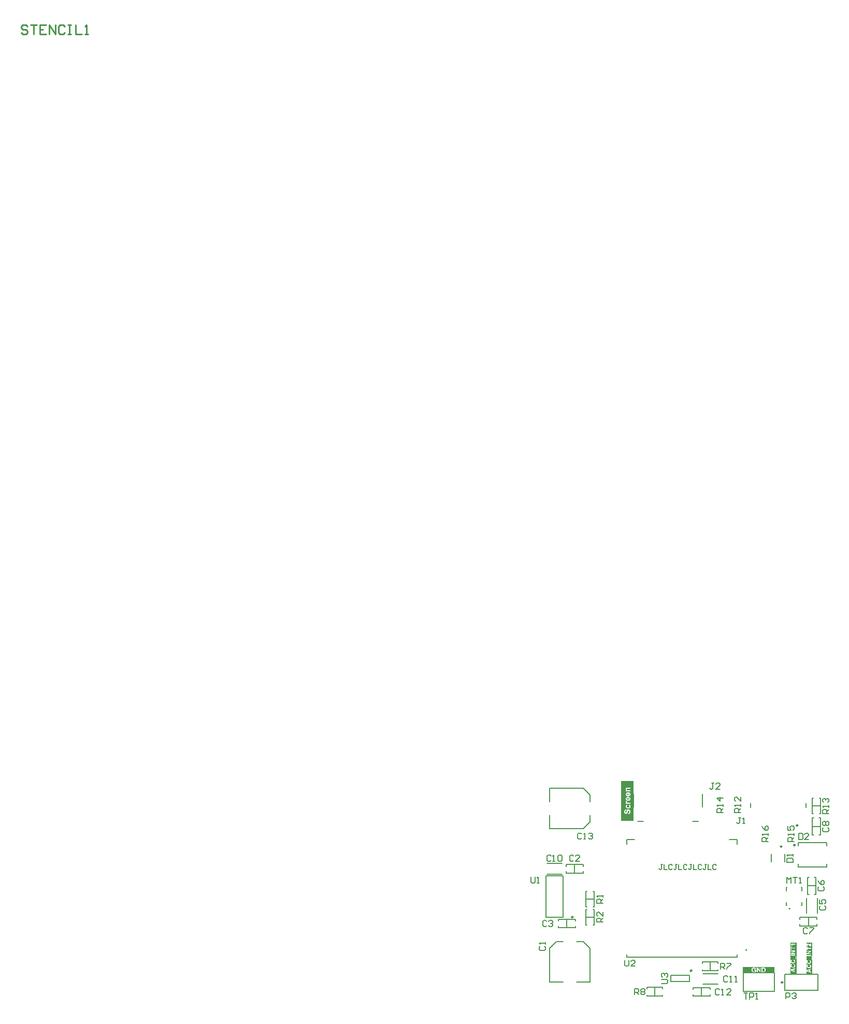
<source format=gto>
G04*
G04 #@! TF.GenerationSoftware,Altium Limited,Altium Designer,25.2.1 (25)*
G04*
G04 Layer_Color=65535*
%FSLAX25Y25*%
%MOIN*%
G70*
G04*
G04 #@! TF.SameCoordinates,AD5E336D-F693-4BD2-921A-DB4C2101B080*
G04*
G04*
G04 #@! TF.FilePolarity,Positive*
G04*
G01*
G75*
%ADD10C,0.00984*%
%ADD11C,0.00787*%
%ADD12C,0.00598*%
%ADD13C,0.00500*%
%ADD14C,0.00591*%
%ADD15C,0.01000*%
%ADD16C,0.00602*%
G36*
X194326Y17778D02*
X190412D01*
Y37971D01*
X194326D01*
Y17778D01*
D02*
G37*
G36*
X169793Y18523D02*
X149600D01*
Y22104D01*
X169793D01*
Y18523D01*
D02*
G37*
G36*
X184102Y37971D02*
Y17778D01*
X180188D01*
Y37971D01*
X184102D01*
D02*
G37*
G36*
X79331Y116176D02*
X71055D01*
Y141914D01*
X79331D01*
Y116176D01*
D02*
G37*
%LPC*%
G36*
X193396Y37236D02*
X192903D01*
Y36177D01*
X192848Y36211D01*
X192806Y36249D01*
X192785Y36262D01*
X192772Y36274D01*
X192763Y36283D01*
X192759Y36287D01*
X192742Y36304D01*
X192726Y36321D01*
X192679Y36367D01*
X192629Y36418D01*
X192578Y36473D01*
X192527Y36523D01*
X192489Y36566D01*
X192472Y36578D01*
X192460Y36591D01*
X192455Y36599D01*
X192451Y36603D01*
X192371Y36692D01*
X192299Y36764D01*
X192236Y36827D01*
X192185Y36873D01*
X192147Y36911D01*
X192118Y36937D01*
X192101Y36950D01*
X192097Y36954D01*
X192029Y37004D01*
X191966Y37051D01*
X191907Y37089D01*
X191852Y37118D01*
X191810Y37139D01*
X191776Y37156D01*
X191755Y37165D01*
X191746Y37169D01*
X191683Y37190D01*
X191616Y37207D01*
X191557Y37220D01*
X191502Y37228D01*
X191455Y37232D01*
X191417Y37236D01*
X191388D01*
X191329Y37232D01*
X191270Y37228D01*
X191164Y37198D01*
X191071Y37161D01*
X190991Y37118D01*
X190928Y37076D01*
X190898Y37055D01*
X190877Y37038D01*
X190860Y37021D01*
X190848Y37009D01*
X190843Y37004D01*
X190839Y37000D01*
X190801Y36954D01*
X190763Y36907D01*
X190734Y36852D01*
X190708Y36802D01*
X190670Y36692D01*
X190645Y36591D01*
X190632Y36540D01*
X190628Y36498D01*
X190624Y36456D01*
X190620Y36422D01*
X190616Y36392D01*
Y37236D01*
Y36287D01*
X190624Y36219D01*
X190645Y36101D01*
X190679Y35996D01*
X190696Y35949D01*
X190713Y35907D01*
X190729Y35865D01*
X190746Y35831D01*
X190763Y35802D01*
X190780Y35781D01*
X190793Y35759D01*
X190801Y35747D01*
X190805Y35738D01*
X190810Y35734D01*
X190848Y35692D01*
X190890Y35650D01*
X190936Y35616D01*
X190987Y35582D01*
X191092Y35532D01*
X191194Y35494D01*
X191244Y35477D01*
X191291Y35468D01*
X191329Y35456D01*
X191367Y35451D01*
X191396Y35443D01*
X191417D01*
X191434Y35439D01*
X191438D01*
X191489Y35966D01*
X191409Y35975D01*
X191337Y35987D01*
X191282Y36008D01*
X191236Y36025D01*
X191198Y36046D01*
X191177Y36059D01*
X191160Y36072D01*
X191156Y36076D01*
X191122Y36118D01*
X191097Y36160D01*
X191080Y36207D01*
X191067Y36249D01*
X191059Y36283D01*
X191054Y36316D01*
Y36342D01*
X191059Y36401D01*
X191071Y36456D01*
X191084Y36502D01*
X191101Y36540D01*
X191122Y36570D01*
X191135Y36591D01*
X191147Y36603D01*
X191151Y36608D01*
X191190Y36641D01*
X191236Y36663D01*
X191282Y36679D01*
X191324Y36692D01*
X191363Y36700D01*
X191396Y36705D01*
X191417D01*
X191426D01*
X191485Y36700D01*
X191544Y36688D01*
X191599Y36671D01*
X191649Y36650D01*
X191692Y36629D01*
X191721Y36612D01*
X191742Y36599D01*
X191751Y36595D01*
X191776Y36578D01*
X191806Y36553D01*
X191835Y36523D01*
X191869Y36489D01*
X191945Y36418D01*
X192021Y36342D01*
X192088Y36270D01*
X192122Y36236D01*
X192147Y36211D01*
X192168Y36186D01*
X192190Y36169D01*
X192198Y36156D01*
X192202Y36152D01*
X192278Y36072D01*
X192350Y35996D01*
X192418Y35932D01*
X192481Y35869D01*
X192540Y35814D01*
X192595Y35768D01*
X192645Y35721D01*
X192692Y35684D01*
X192730Y35654D01*
X192768Y35624D01*
X192797Y35603D01*
X192823Y35582D01*
X192844Y35570D01*
X192856Y35561D01*
X192865Y35553D01*
X192869D01*
X192962Y35502D01*
X193055Y35464D01*
X193143Y35430D01*
X193228Y35409D01*
X193295Y35392D01*
X193325Y35388D01*
X193350Y35384D01*
X193367Y35380D01*
X193384Y35375D01*
X193396D01*
Y37236D01*
D02*
G37*
G36*
X193042Y35375D02*
X190616D01*
D01*
X193042D01*
D02*
G37*
G36*
X193396Y35194D02*
Y34380D01*
X191092D01*
Y35194D01*
X190624D01*
Y33004D01*
X193396D01*
Y35194D01*
D02*
G37*
G36*
Y32607D02*
X190624D01*
Y32088D01*
X192485D01*
X190624Y30944D01*
Y30404D01*
X193396D01*
Y32607D01*
D02*
G37*
G36*
Y29873D02*
X190624D01*
Y29311D01*
X193396D01*
Y29873D01*
D02*
G37*
G36*
X194160Y29062D02*
X193396D01*
Y26855D01*
D01*
Y29062D01*
X193814D01*
Y26855D01*
X194160D01*
Y29062D01*
D02*
G37*
G36*
X192548Y26695D02*
X192544D01*
X192375Y26151D01*
X192485Y26121D01*
X192574Y26083D01*
X192654Y26045D01*
X192717Y26007D01*
X192763Y25973D01*
X192801Y25944D01*
X192818Y25927D01*
X192827Y25918D01*
X192873Y25855D01*
X192907Y25792D01*
X192932Y25728D01*
X192949Y25665D01*
X192958Y25615D01*
X192962Y25572D01*
X192966Y25556D01*
Y25534D01*
X192962Y25480D01*
X192958Y25429D01*
X192932Y25332D01*
X192899Y25247D01*
X192856Y25176D01*
X192814Y25121D01*
X192780Y25079D01*
X192755Y25053D01*
X192751Y25049D01*
X192747Y25045D01*
X192700Y25011D01*
X192650Y24986D01*
X192595Y24961D01*
X192536Y24939D01*
X192409Y24906D01*
X192287Y24884D01*
X192228Y24876D01*
X192173Y24868D01*
X192126Y24863D01*
X192080D01*
X192046Y24859D01*
X192017D01*
X192000D01*
X191996D01*
X191907Y24863D01*
X191823Y24868D01*
X191742Y24876D01*
X191675Y24889D01*
X191607Y24901D01*
X191548Y24918D01*
X191498Y24935D01*
X191451Y24956D01*
X191409Y24973D01*
X191375Y24990D01*
X191346Y25007D01*
X191320Y25019D01*
X191303Y25032D01*
X191287Y25041D01*
X191282Y25049D01*
X191278D01*
X191240Y25087D01*
X191202Y25125D01*
X191173Y25167D01*
X191147Y25205D01*
X191109Y25290D01*
X191084Y25370D01*
X191067Y25442D01*
X191063Y25471D01*
X191059Y25496D01*
X191054Y25517D01*
Y25547D01*
X191059Y25627D01*
X191076Y25699D01*
X191092Y25767D01*
X191118Y25821D01*
X191139Y25868D01*
X191160Y25897D01*
X191177Y25918D01*
X191181Y25927D01*
X191232Y25982D01*
X191287Y26024D01*
X191341Y26062D01*
X191396Y26087D01*
X191447Y26108D01*
X191485Y26125D01*
X191510Y26129D01*
X191514Y26134D01*
X191519D01*
X191388Y26686D01*
X191270Y26649D01*
X191168Y26602D01*
X191084Y26551D01*
X191012Y26505D01*
X190953Y26463D01*
X190915Y26429D01*
X190890Y26408D01*
X190881Y26404D01*
Y26399D01*
X190826Y26336D01*
X190780Y26273D01*
X190742Y26205D01*
X190704Y26138D01*
X190675Y26070D01*
X190654Y25999D01*
X190632Y25935D01*
X190616Y25868D01*
X190603Y25809D01*
X190594Y25754D01*
X190586Y25703D01*
X190582Y25661D01*
X190578Y25627D01*
Y26695D01*
D01*
Y24281D01*
Y25577D01*
X190582Y25471D01*
X190594Y25370D01*
X190611Y25273D01*
X190637Y25184D01*
X190666Y25100D01*
X190700Y25024D01*
X190734Y24952D01*
X190768Y24889D01*
X190805Y24830D01*
X190839Y24779D01*
X190873Y24737D01*
X190902Y24699D01*
X190928Y24674D01*
X190945Y24652D01*
X190957Y24640D01*
X190962Y24635D01*
X191038Y24572D01*
X191118Y24517D01*
X191202Y24471D01*
X191291Y24429D01*
X191379Y24395D01*
X191472Y24370D01*
X191557Y24344D01*
X191645Y24328D01*
X191725Y24311D01*
X191797Y24298D01*
X191865Y24294D01*
X191924Y24285D01*
X191970D01*
X192008Y24281D01*
X190578D01*
X192038D01*
X192156Y24285D01*
X192270Y24298D01*
X192375Y24315D01*
X192472Y24336D01*
X192565Y24365D01*
X192650Y24395D01*
X192730Y24424D01*
X192797Y24458D01*
X192861Y24492D01*
X192915Y24522D01*
X192962Y24555D01*
X193000Y24581D01*
X193029Y24602D01*
X193051Y24619D01*
X193063Y24631D01*
X193067Y24635D01*
X193135Y24703D01*
X193190Y24775D01*
X193240Y24851D01*
X193283Y24927D01*
X193321Y25003D01*
X193350Y25079D01*
X193375Y25150D01*
X193396Y25222D01*
X193413Y25290D01*
X193422Y25349D01*
X193430Y25404D01*
X193439Y25450D01*
Y25488D01*
X193443Y25517D01*
Y25543D01*
X193439Y25623D01*
X193435Y25703D01*
X193422Y25775D01*
X193409Y25847D01*
X193392Y25910D01*
X193375Y25969D01*
X193354Y26024D01*
X193333Y26074D01*
X193312Y26121D01*
X193291Y26163D01*
X193274Y26197D01*
X193257Y26226D01*
X193245Y26248D01*
X193232Y26264D01*
X193228Y26273D01*
X193224Y26277D01*
X193181Y26332D01*
X193131Y26378D01*
X193025Y26467D01*
X192911Y26539D01*
X192801Y26594D01*
X192751Y26619D01*
X192700Y26640D01*
X192658Y26657D01*
X192620Y26670D01*
X192586Y26682D01*
X192565Y26691D01*
X192548Y26695D01*
D02*
G37*
G36*
Y23901D02*
X192544D01*
X192375Y23357D01*
X192485Y23327D01*
X192574Y23289D01*
X192654Y23251D01*
X192717Y23213D01*
X192763Y23180D01*
X192801Y23150D01*
X192818Y23133D01*
X192827Y23125D01*
X192873Y23062D01*
X192907Y22998D01*
X192932Y22935D01*
X192949Y22872D01*
X192958Y22821D01*
X192962Y22779D01*
X192966Y22762D01*
Y22741D01*
X192962Y22686D01*
X192958Y22635D01*
X192932Y22538D01*
X192899Y22454D01*
X192856Y22382D01*
X192814Y22327D01*
X192780Y22285D01*
X192755Y22260D01*
X192751Y22255D01*
X192747Y22251D01*
X192700Y22218D01*
X192650Y22192D01*
X192595Y22167D01*
X192536Y22146D01*
X192409Y22112D01*
X192287Y22091D01*
X192228Y22082D01*
X192173Y22074D01*
X192126Y22070D01*
X192080D01*
X192046Y22065D01*
X192017D01*
X192000D01*
X191996D01*
X191907Y22070D01*
X191823Y22074D01*
X191742Y22082D01*
X191675Y22095D01*
X191607Y22108D01*
X191548Y22125D01*
X191498Y22141D01*
X191451Y22163D01*
X191409Y22179D01*
X191375Y22196D01*
X191346Y22213D01*
X191320Y22226D01*
X191303Y22239D01*
X191287Y22247D01*
X191282Y22255D01*
X191278D01*
X191240Y22293D01*
X191202Y22331D01*
X191173Y22374D01*
X191147Y22412D01*
X191109Y22496D01*
X191084Y22576D01*
X191067Y22648D01*
X191063Y22677D01*
X191059Y22703D01*
X191054Y22724D01*
Y22753D01*
X191059Y22834D01*
X191076Y22905D01*
X191092Y22973D01*
X191118Y23028D01*
X191139Y23074D01*
X191160Y23104D01*
X191177Y23125D01*
X191181Y23133D01*
X191232Y23188D01*
X191287Y23230D01*
X191341Y23268D01*
X191396Y23294D01*
X191447Y23315D01*
X191485Y23332D01*
X191510Y23336D01*
X191514Y23340D01*
X191519D01*
X191388Y23893D01*
X191270Y23855D01*
X191168Y23808D01*
X191084Y23758D01*
X191012Y23711D01*
X190953Y23669D01*
X190915Y23635D01*
X190890Y23614D01*
X190881Y23610D01*
Y23606D01*
X190826Y23542D01*
X190780Y23479D01*
X190742Y23412D01*
X190704Y23344D01*
X190675Y23277D01*
X190654Y23205D01*
X190632Y23142D01*
X190616Y23074D01*
X190603Y23015D01*
X190594Y22960D01*
X190586Y22909D01*
X190582Y22867D01*
X190578Y22834D01*
Y22783D01*
X190582Y22677D01*
X190594Y22576D01*
X190611Y22479D01*
X190637Y22390D01*
X190666Y22306D01*
X190700Y22230D01*
X190734Y22158D01*
X190768Y22095D01*
X190805Y22036D01*
X190839Y21985D01*
X190873Y21943D01*
X190902Y21905D01*
X190928Y21880D01*
X190945Y21859D01*
X190957Y21846D01*
X190962Y21842D01*
X191038Y21779D01*
X191118Y21724D01*
X191202Y21677D01*
X191291Y21635D01*
X191379Y21601D01*
X191472Y21576D01*
X191557Y21551D01*
X191645Y21534D01*
X191725Y21517D01*
X191797Y21504D01*
X191865Y21500D01*
X191924Y21492D01*
X191970D01*
X192008Y21487D01*
X190578D01*
X192038D01*
X192156Y21492D01*
X192270Y21504D01*
X192375Y21521D01*
X192472Y21542D01*
X192565Y21572D01*
X192650Y21601D01*
X192730Y21631D01*
X192797Y21665D01*
X192861Y21698D01*
X192915Y21728D01*
X192962Y21762D01*
X193000Y21787D01*
X193029Y21808D01*
X193051Y21825D01*
X193063Y21838D01*
X193067Y21842D01*
X193135Y21909D01*
X193190Y21981D01*
X193240Y22057D01*
X193283Y22133D01*
X193321Y22209D01*
X193350Y22285D01*
X193375Y22357D01*
X193396Y22429D01*
X193413Y22496D01*
X193422Y22555D01*
X193430Y22610D01*
X193439Y22656D01*
Y22694D01*
X193443Y22724D01*
Y21859D01*
Y22724D01*
Y22749D01*
X193439Y22829D01*
X193435Y22909D01*
X193422Y22981D01*
X193409Y23053D01*
X193392Y23116D01*
X193375Y23175D01*
X193354Y23230D01*
X193333Y23281D01*
X193312Y23327D01*
X193291Y23370D01*
X193274Y23403D01*
X193257Y23433D01*
X193245Y23454D01*
X193232Y23471D01*
X193228Y23479D01*
X193224Y23483D01*
X193181Y23538D01*
X193131Y23585D01*
X193025Y23673D01*
X192911Y23745D01*
X192801Y23800D01*
X192751Y23825D01*
X192700Y23846D01*
X192658Y23863D01*
X192620Y23876D01*
X192586Y23889D01*
X192565Y23897D01*
X192548Y23901D01*
D02*
G37*
G36*
X193396Y21293D02*
X190624Y20179D01*
Y19588D01*
X193396Y18512D01*
X190624D01*
D01*
X193396D01*
Y19103D01*
X192768Y19331D01*
Y20449D01*
X193396Y20686D01*
Y21293D01*
D02*
G37*
%LPD*%
G36*
Y33004D02*
X191092D01*
Y33818D01*
X193396D01*
Y33004D01*
D02*
G37*
G36*
Y30923D02*
X191578D01*
X193396Y32046D01*
Y30923D01*
D02*
G37*
G36*
X192299Y19504D02*
X191270Y19880D01*
X192299Y20268D01*
Y19504D01*
D02*
G37*
%LPC*%
G36*
X156762Y21881D02*
X156707D01*
X156550Y21877D01*
X156412Y21858D01*
X156347Y21844D01*
X156287Y21835D01*
X156232Y21821D01*
X156181Y21808D01*
X156140Y21789D01*
X156098Y21775D01*
X156066Y21766D01*
X156034Y21752D01*
X156010Y21743D01*
X155997Y21734D01*
X155987Y21729D01*
X155983D01*
X155849Y21646D01*
X155729Y21558D01*
X155632Y21462D01*
X155550Y21370D01*
X155485Y21291D01*
X155462Y21254D01*
X155439Y21222D01*
X155425Y21199D01*
X155411Y21181D01*
X155406Y21167D01*
X155402Y21162D01*
X155337Y21019D01*
X155291Y20876D01*
X155254Y20733D01*
X155231Y20604D01*
X155227Y20544D01*
X155218Y20494D01*
X155213Y20443D01*
Y20401D01*
X155208Y20369D01*
Y20323D01*
X155218Y20162D01*
X155236Y20010D01*
X155264Y19876D01*
X155278Y19811D01*
X155296Y19751D01*
X155314Y19701D01*
X155328Y19655D01*
X155342Y19613D01*
X155356Y19576D01*
X155370Y19549D01*
X155374Y19530D01*
X155384Y19516D01*
Y19512D01*
X155457Y19383D01*
X155540Y19267D01*
X155628Y19171D01*
X155711Y19092D01*
X155789Y19028D01*
X155822Y19000D01*
X155854Y18981D01*
X155877Y18968D01*
X155895Y18954D01*
X155904Y18949D01*
X155909Y18945D01*
X155978Y18908D01*
X156047Y18880D01*
X156190Y18829D01*
X156328Y18797D01*
X156458Y18769D01*
X156518Y18765D01*
X156568Y18756D01*
X156619Y18751D01*
X156660D01*
X156693Y18746D01*
X156739D01*
X156877Y18751D01*
X157011Y18769D01*
X157135Y18792D01*
X157246Y18816D01*
X157297Y18829D01*
X157343Y18843D01*
X157380Y18853D01*
X157412Y18862D01*
X157440Y18871D01*
X157458Y18880D01*
X157472Y18885D01*
X157476D01*
X157606Y18940D01*
X157716Y18995D01*
X157813Y19051D01*
X157891Y19101D01*
X157956Y19148D01*
X157997Y19180D01*
X158025Y19203D01*
X158034Y19212D01*
Y20425D01*
X156720D01*
Y19913D01*
X157416D01*
Y19525D01*
X157361Y19484D01*
X157306Y19452D01*
X157250Y19420D01*
X157200Y19392D01*
X157154Y19369D01*
X157117Y19355D01*
X157094Y19346D01*
X157085Y19341D01*
X157011Y19318D01*
X156942Y19300D01*
X156877Y19286D01*
X156822Y19277D01*
X156771Y19272D01*
X156734Y19267D01*
X156702D01*
X156633Y19272D01*
X156564Y19281D01*
X156499Y19290D01*
X156439Y19309D01*
X156333Y19350D01*
X156246Y19401D01*
X156204Y19424D01*
X156172Y19452D01*
X156144Y19475D01*
X156116Y19493D01*
X156098Y19512D01*
X156084Y19525D01*
X156080Y19530D01*
X156075Y19535D01*
X156034Y19590D01*
X155997Y19650D01*
X155964Y19710D01*
X155941Y19774D01*
X155895Y19913D01*
X155868Y20042D01*
X155858Y20106D01*
X155854Y20162D01*
X155849Y20212D01*
X155844Y20258D01*
X155840Y20295D01*
Y20323D01*
Y20342D01*
Y20346D01*
X155844Y20438D01*
X155849Y20521D01*
X155863Y20604D01*
X155877Y20678D01*
X155895Y20743D01*
X155914Y20807D01*
X155932Y20862D01*
X155955Y20913D01*
X155978Y20959D01*
X155997Y20996D01*
X156015Y21028D01*
X156034Y21056D01*
X156047Y21075D01*
X156061Y21088D01*
X156066Y21098D01*
X156070Y21102D01*
X156116Y21148D01*
X156167Y21190D01*
X156218Y21222D01*
X156269Y21250D01*
X156375Y21296D01*
X156476Y21328D01*
X156568Y21347D01*
X156605Y21351D01*
X156642Y21356D01*
X156670Y21360D01*
X156707D01*
X156799Y21356D01*
X156886Y21342D01*
X156960Y21319D01*
X157025Y21296D01*
X157075Y21273D01*
X157112Y21250D01*
X157135Y21236D01*
X157144Y21231D01*
X157204Y21181D01*
X157255Y21121D01*
X157297Y21065D01*
X157329Y21010D01*
X157357Y20959D01*
X157370Y20918D01*
X157380Y20890D01*
X157384Y20886D01*
Y20881D01*
X157993Y20996D01*
X157974Y21070D01*
X157947Y21144D01*
X157891Y21268D01*
X157859Y21328D01*
X157822Y21379D01*
X157790Y21429D01*
X157753Y21471D01*
X157721Y21512D01*
X157688Y21545D01*
X157661Y21572D01*
X157633Y21600D01*
X157615Y21619D01*
X157596Y21632D01*
X157587Y21637D01*
X157582Y21642D01*
X157522Y21683D01*
X157453Y21720D01*
X157384Y21752D01*
X157315Y21780D01*
X157168Y21821D01*
X157029Y21854D01*
X156960Y21863D01*
X156900Y21867D01*
X156845Y21872D01*
X156799Y21877D01*
X156762Y21881D01*
D02*
G37*
G36*
X161008Y21831D02*
X160441D01*
Y19797D01*
X159191Y21831D01*
X158601D01*
Y18802D01*
X159168D01*
Y20789D01*
X160395Y18802D01*
X161008D01*
Y21831D01*
D02*
G37*
G36*
X162856D02*
X161653D01*
Y18802D01*
X162796D01*
X162916Y18806D01*
X163027Y18811D01*
X163119Y18820D01*
X163193Y18834D01*
X163257Y18843D01*
X163299Y18853D01*
X163327Y18857D01*
X163336Y18862D01*
X163433Y18899D01*
X163515Y18936D01*
X163589Y18977D01*
X163654Y19018D01*
X163700Y19051D01*
X163737Y19078D01*
X163755Y19101D01*
X163765Y19106D01*
X163838Y19189D01*
X163903Y19277D01*
X163958Y19364D01*
X164004Y19452D01*
X164041Y19525D01*
X164055Y19558D01*
X164069Y19586D01*
X164078Y19609D01*
X164083Y19627D01*
X164087Y19636D01*
Y19641D01*
X164120Y19747D01*
X164143Y19858D01*
X164161Y19963D01*
X164170Y20065D01*
X164179Y20153D01*
Y20189D01*
X164184Y20222D01*
Y20286D01*
X164179Y20438D01*
X164170Y20577D01*
X164152Y20701D01*
X164143Y20752D01*
X164133Y20802D01*
X164124Y20849D01*
X164115Y20886D01*
X164106Y20922D01*
X164096Y20950D01*
X164092Y20973D01*
X164087Y20987D01*
X164083Y20996D01*
Y21001D01*
X164041Y21107D01*
X163995Y21199D01*
X163949Y21282D01*
X163903Y21356D01*
X163857Y21411D01*
X163824Y21452D01*
X163801Y21480D01*
X163797Y21489D01*
X163792D01*
X163718Y21558D01*
X163640Y21619D01*
X163566Y21669D01*
X163497Y21706D01*
X163433Y21734D01*
X163386Y21757D01*
X163368Y21761D01*
X163354Y21766D01*
X163345Y21771D01*
X163340D01*
X163257Y21789D01*
X163165Y21808D01*
X163073Y21817D01*
X162976Y21821D01*
X162893Y21826D01*
X162856Y21831D01*
D02*
G37*
%LPD*%
G36*
X162723Y21314D02*
X162773D01*
X162819Y21310D01*
X162856D01*
X162893Y21305D01*
X162926D01*
X162976Y21296D01*
X163008Y21291D01*
X163031Y21286D01*
X163036D01*
X163096Y21268D01*
X163151Y21250D01*
X163202Y21227D01*
X163239Y21204D01*
X163271Y21181D01*
X163299Y21162D01*
X163313Y21148D01*
X163317Y21144D01*
X163359Y21102D01*
X163391Y21051D01*
X163419Y21005D01*
X163446Y20955D01*
X163465Y20913D01*
X163479Y20881D01*
X163483Y20858D01*
X163488Y20849D01*
X163511Y20775D01*
X163525Y20687D01*
X163539Y20600D01*
X163543Y20512D01*
X163548Y20434D01*
X163552Y20401D01*
Y20374D01*
Y20346D01*
Y20328D01*
Y20319D01*
Y20314D01*
X163548Y20189D01*
X163543Y20079D01*
X163534Y19982D01*
X163520Y19904D01*
X163506Y19839D01*
X163497Y19793D01*
X163493Y19779D01*
Y19765D01*
X163488Y19761D01*
Y19756D01*
X163465Y19687D01*
X163437Y19627D01*
X163414Y19576D01*
X163386Y19535D01*
X163363Y19502D01*
X163350Y19484D01*
X163336Y19470D01*
X163331Y19466D01*
X163294Y19433D01*
X163253Y19410D01*
X163170Y19369D01*
X163137Y19360D01*
X163110Y19350D01*
X163087Y19341D01*
X163082D01*
X163036Y19332D01*
X162981Y19327D01*
X162916Y19318D01*
X162861D01*
X162806Y19313D01*
X162266D01*
Y21319D01*
X162667D01*
X162723Y21314D01*
D02*
G37*
%LPC*%
G36*
X183173Y37021D02*
X180392D01*
Y35802D01*
X183173D01*
X181573D01*
X181518Y35945D01*
X181455Y36076D01*
X181392Y36190D01*
X181358Y36245D01*
X181324Y36291D01*
X181295Y36338D01*
X181265Y36376D01*
X181240Y36409D01*
X181219Y36439D01*
X181198Y36460D01*
X181185Y36477D01*
X181176Y36485D01*
X181172Y36489D01*
X183173D01*
Y37021D01*
D02*
G37*
G36*
Y35409D02*
Y34595D01*
X180868D01*
Y35409D01*
X180400D01*
Y33219D01*
X183173D01*
Y35409D01*
D02*
G37*
G36*
Y32822D02*
X180400D01*
Y30619D01*
X183173D01*
Y32822D01*
D02*
G37*
G36*
Y30088D02*
X180400D01*
Y29526D01*
X183173D01*
Y30088D01*
D02*
G37*
G36*
X183936Y29278D02*
X183173D01*
Y27071D01*
D01*
Y29278D01*
X183590D01*
Y27071D01*
X183936D01*
Y29278D01*
D02*
G37*
G36*
X182324Y26910D02*
X182320D01*
X182151Y26366D01*
X182261Y26336D01*
X182350Y26298D01*
X182430Y26260D01*
X182493Y26222D01*
X182539Y26188D01*
X182578Y26159D01*
X182594Y26142D01*
X182603Y26134D01*
X182649Y26070D01*
X182683Y26007D01*
X182708Y25944D01*
X182725Y25880D01*
X182734Y25830D01*
X182738Y25788D01*
X182742Y25771D01*
Y25750D01*
X182738Y25695D01*
X182734Y25644D01*
X182708Y25547D01*
X182675Y25463D01*
X182632Y25391D01*
X182590Y25336D01*
X182556Y25294D01*
X182531Y25269D01*
X182527Y25264D01*
X182523Y25260D01*
X182476Y25226D01*
X182426Y25201D01*
X182371Y25176D01*
X182312Y25155D01*
X182185Y25121D01*
X182063Y25100D01*
X182004Y25091D01*
X181949Y25083D01*
X181902Y25079D01*
X181856D01*
X181822Y25074D01*
X181793D01*
X181776D01*
X181772D01*
X181683Y25079D01*
X181598Y25083D01*
X181518Y25091D01*
X181451Y25104D01*
X181383Y25117D01*
X181324Y25133D01*
X181273Y25150D01*
X181227Y25172D01*
X181185Y25188D01*
X181151Y25205D01*
X181122Y25222D01*
X181096Y25235D01*
X181079Y25247D01*
X181062Y25256D01*
X181058Y25264D01*
X181054D01*
X181016Y25302D01*
X180978Y25340D01*
X180949Y25383D01*
X180923Y25420D01*
X180885Y25505D01*
X180860Y25585D01*
X180843Y25657D01*
X180839Y25686D01*
X180835Y25712D01*
X180830Y25733D01*
Y25762D01*
X180835Y25842D01*
X180851Y25914D01*
X180868Y25982D01*
X180894Y26037D01*
X180915Y26083D01*
X180936Y26112D01*
X180953Y26134D01*
X180957Y26142D01*
X181008Y26197D01*
X181062Y26239D01*
X181117Y26277D01*
X181172Y26302D01*
X181223Y26324D01*
X181261Y26340D01*
X181286Y26345D01*
X181290Y26349D01*
X181295D01*
X181164Y26902D01*
X181046Y26864D01*
X180944Y26817D01*
X180860Y26767D01*
X180788Y26720D01*
X180729Y26678D01*
X180691Y26644D01*
X180666Y26623D01*
X180657Y26619D01*
Y26615D01*
X180603Y26551D01*
X180556Y26488D01*
X180518Y26421D01*
X180480Y26353D01*
X180451Y26285D01*
X180429Y26214D01*
X180408Y26151D01*
X180392Y26083D01*
X180379Y26024D01*
X180370Y25969D01*
X180362Y25918D01*
X180358Y25876D01*
X180353Y25842D01*
Y26910D01*
D01*
Y24496D01*
D01*
Y25792D01*
X180358Y25686D01*
X180370Y25585D01*
X180387Y25488D01*
X180413Y25399D01*
X180442Y25315D01*
X180476Y25239D01*
X180510Y25167D01*
X180543Y25104D01*
X180581Y25045D01*
X180615Y24994D01*
X180649Y24952D01*
X180678Y24914D01*
X180704Y24889D01*
X180721Y24868D01*
X180733Y24855D01*
X180738Y24851D01*
X180814Y24787D01*
X180894Y24733D01*
X180978Y24686D01*
X181067Y24644D01*
X181155Y24610D01*
X181248Y24585D01*
X181333Y24560D01*
X181421Y24543D01*
X181501Y24526D01*
X181573Y24513D01*
X181641Y24509D01*
X181700Y24500D01*
X181746D01*
X181784Y24496D01*
X180353D01*
X181814D01*
X181932Y24500D01*
X182046Y24513D01*
X182151Y24530D01*
X182248Y24551D01*
X182341Y24581D01*
X182426Y24610D01*
X182506Y24640D01*
X182573Y24674D01*
X182637Y24707D01*
X182691Y24737D01*
X182738Y24771D01*
X182776Y24796D01*
X182805Y24817D01*
X182826Y24834D01*
X182839Y24847D01*
X182843Y24851D01*
X182911Y24918D01*
X182966Y24990D01*
X183016Y25066D01*
X183059Y25142D01*
X183097Y25218D01*
X183126Y25294D01*
X183151Y25366D01*
X183173Y25437D01*
X183189Y25505D01*
X183198Y25564D01*
X183206Y25619D01*
X183215Y25665D01*
Y25703D01*
X183219Y25733D01*
Y25758D01*
X183215Y25838D01*
X183211Y25918D01*
X183198Y25990D01*
X183185Y26062D01*
X183168Y26125D01*
X183151Y26184D01*
X183130Y26239D01*
X183109Y26290D01*
X183088Y26336D01*
X183067Y26378D01*
X183050Y26412D01*
X183033Y26442D01*
X183021Y26463D01*
X183008Y26480D01*
X183004Y26488D01*
X183000Y26492D01*
X182957Y26547D01*
X182907Y26594D01*
X182801Y26682D01*
X182687Y26754D01*
X182578Y26809D01*
X182527Y26834D01*
X182476Y26855D01*
X182434Y26872D01*
X182396Y26885D01*
X182362Y26897D01*
X182341Y26906D01*
X182324Y26910D01*
D02*
G37*
G36*
Y24116D02*
X182320D01*
X182151Y23572D01*
X182261Y23542D01*
X182350Y23505D01*
X182430Y23467D01*
X182493Y23429D01*
X182539Y23395D01*
X182578Y23365D01*
X182594Y23348D01*
X182603Y23340D01*
X182649Y23277D01*
X182683Y23213D01*
X182708Y23150D01*
X182725Y23087D01*
X182734Y23036D01*
X182738Y22994D01*
X182742Y22977D01*
Y22956D01*
X182738Y22901D01*
X182734Y22851D01*
X182708Y22753D01*
X182675Y22669D01*
X182632Y22597D01*
X182590Y22542D01*
X182556Y22500D01*
X182531Y22475D01*
X182527Y22471D01*
X182523Y22466D01*
X182476Y22433D01*
X182426Y22407D01*
X182371Y22382D01*
X182312Y22361D01*
X182185Y22327D01*
X182063Y22306D01*
X182004Y22298D01*
X181949Y22289D01*
X181902Y22285D01*
X181856D01*
X181822Y22281D01*
X181793D01*
X181776D01*
X181772D01*
X181683Y22285D01*
X181598Y22289D01*
X181518Y22298D01*
X181451Y22310D01*
X181383Y22323D01*
X181324Y22340D01*
X181273Y22357D01*
X181227Y22378D01*
X181185Y22395D01*
X181151Y22412D01*
X181122Y22429D01*
X181096Y22441D01*
X181079Y22454D01*
X181062Y22462D01*
X181058Y22471D01*
X181054D01*
X181016Y22509D01*
X180978Y22547D01*
X180949Y22589D01*
X180923Y22627D01*
X180885Y22711D01*
X180860Y22791D01*
X180843Y22863D01*
X180839Y22893D01*
X180835Y22918D01*
X180830Y22939D01*
Y22969D01*
X180835Y23049D01*
X180851Y23121D01*
X180868Y23188D01*
X180894Y23243D01*
X180915Y23289D01*
X180936Y23319D01*
X180953Y23340D01*
X180957Y23348D01*
X181008Y23403D01*
X181062Y23446D01*
X181117Y23483D01*
X181172Y23509D01*
X181223Y23530D01*
X181261Y23547D01*
X181286Y23551D01*
X181290Y23555D01*
X181295D01*
X181164Y24108D01*
X181046Y24070D01*
X180944Y24024D01*
X180860Y23973D01*
X180788Y23927D01*
X180729Y23884D01*
X180691Y23851D01*
X180666Y23830D01*
X180657Y23825D01*
Y23821D01*
X180603Y23758D01*
X180556Y23695D01*
X180518Y23627D01*
X180480Y23559D01*
X180451Y23492D01*
X180429Y23420D01*
X180408Y23357D01*
X180392Y23289D01*
X180379Y23230D01*
X180370Y23175D01*
X180362Y23125D01*
X180358Y23083D01*
X180353Y23049D01*
Y24116D01*
D01*
Y21703D01*
Y22998D01*
X180358Y22893D01*
X180370Y22791D01*
X180387Y22694D01*
X180413Y22606D01*
X180442Y22521D01*
X180476Y22445D01*
X180510Y22374D01*
X180543Y22310D01*
X180581Y22251D01*
X180615Y22201D01*
X180649Y22158D01*
X180678Y22120D01*
X180704Y22095D01*
X180721Y22074D01*
X180733Y22061D01*
X180738Y22057D01*
X180814Y21994D01*
X180894Y21939D01*
X180978Y21892D01*
X181067Y21850D01*
X181155Y21817D01*
X181248Y21791D01*
X181333Y21766D01*
X181421Y21749D01*
X181501Y21732D01*
X181573Y21720D01*
X181641Y21715D01*
X181700Y21707D01*
X181746D01*
X181784Y21703D01*
X180353D01*
X181814D01*
X181932Y21707D01*
X182046Y21720D01*
X182151Y21736D01*
X182248Y21757D01*
X182341Y21787D01*
X182426Y21817D01*
X182506Y21846D01*
X182573Y21880D01*
X182637Y21914D01*
X182691Y21943D01*
X182738Y21977D01*
X182776Y22002D01*
X182805Y22023D01*
X182826Y22040D01*
X182839Y22053D01*
X182843Y22057D01*
X182911Y22125D01*
X182966Y22196D01*
X183016Y22272D01*
X183059Y22348D01*
X183097Y22424D01*
X183126Y22500D01*
X183151Y22572D01*
X183173Y22644D01*
X183189Y22711D01*
X183198Y22770D01*
X183206Y22825D01*
X183215Y22872D01*
Y22909D01*
X183219Y22939D01*
Y22964D01*
X183215Y23045D01*
X183211Y23125D01*
X183198Y23197D01*
X183185Y23268D01*
X183168Y23332D01*
X183151Y23391D01*
X183130Y23446D01*
X183109Y23496D01*
X183088Y23542D01*
X183067Y23585D01*
X183050Y23618D01*
X183033Y23648D01*
X183021Y23669D01*
X183008Y23686D01*
X183004Y23695D01*
X183000Y23699D01*
X182957Y23753D01*
X182907Y23800D01*
X182801Y23889D01*
X182687Y23960D01*
X182578Y24015D01*
X182527Y24040D01*
X182476Y24062D01*
X182434Y24079D01*
X182396Y24091D01*
X182362Y24104D01*
X182341Y24112D01*
X182324Y24116D01*
D02*
G37*
G36*
X183173Y21508D02*
X180400Y20394D01*
Y21508D01*
D01*
Y18728D01*
X183173D01*
Y19318D01*
X182544Y19546D01*
Y20664D01*
X183173Y20901D01*
Y21508D01*
D02*
G37*
%LPD*%
G36*
X180484Y36549D02*
X180569Y36498D01*
X180645Y36443D01*
X180708Y36388D01*
X180763Y36333D01*
X180801Y36291D01*
X180814Y36279D01*
X180826Y36266D01*
X180830Y36257D01*
X180835Y36253D01*
X180902Y36165D01*
X180953Y36080D01*
X180999Y36004D01*
X181033Y35937D01*
X181062Y35882D01*
X181079Y35840D01*
X181084Y35823D01*
X181088Y35810D01*
X181092Y35806D01*
Y35802D01*
X180392D01*
Y36587D01*
X180484Y36549D01*
D02*
G37*
G36*
X183173Y33219D02*
X180868D01*
Y34034D01*
X183173D01*
Y33219D01*
D02*
G37*
G36*
X180400Y31160D02*
Y32303D01*
X182261D01*
X180400Y31160D01*
D02*
G37*
G36*
X183173Y31139D02*
X181354D01*
X183173Y32261D01*
Y31139D01*
D02*
G37*
G36*
X182075Y19719D02*
X181046Y20095D01*
X182075Y20483D01*
Y19719D01*
D02*
G37*
G36*
X183173Y18728D02*
X180400D01*
Y19804D01*
X183173Y18728D01*
D02*
G37*
%LPC*%
G36*
X77082Y137581D02*
X75274D01*
X75176Y137576D01*
X75089Y137570D01*
X75020Y137564D01*
X74968Y137553D01*
X74928Y137547D01*
X74905Y137541D01*
X74899D01*
X74836Y137524D01*
X74778Y137501D01*
X74726Y137478D01*
X74680Y137455D01*
X74646Y137432D01*
X74617Y137414D01*
X74600Y137403D01*
X74594Y137397D01*
X74542Y137357D01*
X74502Y137305D01*
X74461Y137259D01*
X74427Y137207D01*
X74404Y137167D01*
X74386Y137132D01*
X74375Y137109D01*
X74369Y137098D01*
X74340Y137023D01*
X74317Y136948D01*
X74306Y136873D01*
X74294Y136804D01*
X74288Y136746D01*
X74283Y136700D01*
Y136723D01*
Y136660D01*
X74288Y136562D01*
X74300Y136464D01*
X74323Y136378D01*
X74352Y136291D01*
X74392Y136211D01*
X74427Y136136D01*
X74473Y136072D01*
X74513Y136009D01*
X74554Y135951D01*
X74600Y135905D01*
X74634Y135859D01*
X74669Y135825D01*
X74703Y135796D01*
X74726Y135779D01*
X74738Y135767D01*
X74744Y135761D01*
X74340D01*
Y135087D01*
X77082D01*
Y137581D01*
D02*
G37*
G36*
X77151Y134506D02*
X75775D01*
X75631Y134494D01*
X75504Y134477D01*
X75383Y134459D01*
X75274Y134431D01*
X75170Y134402D01*
X75078Y134373D01*
X74997Y134339D01*
X74922Y134310D01*
X74865Y134275D01*
X74813Y134246D01*
X74767Y134223D01*
X74732Y134200D01*
X74709Y134183D01*
X74698Y134171D01*
X74692Y134166D01*
X74617Y134097D01*
X74559Y134022D01*
X74502Y133947D01*
X74456Y133866D01*
X74415Y133786D01*
X74381Y133705D01*
X74358Y133624D01*
X74335Y133549D01*
X74317Y133480D01*
X74306Y133411D01*
X74294Y133354D01*
X74288Y133302D01*
X74283Y133256D01*
Y133198D01*
X74288Y133100D01*
X74300Y133002D01*
X74317Y132916D01*
X74346Y132829D01*
X74375Y132749D01*
X74404Y132674D01*
X74444Y132611D01*
X74479Y132547D01*
X74513Y132490D01*
X74548Y132443D01*
X74582Y132397D01*
X74611Y132363D01*
X74640Y132334D01*
X74657Y132317D01*
X74669Y132305D01*
X74674Y132299D01*
X74749Y132236D01*
X74830Y132184D01*
X74916Y132138D01*
X75003Y132098D01*
X75095Y132063D01*
X75181Y132035D01*
X75354Y131994D01*
X75429Y131977D01*
X75504Y131965D01*
X75573Y131960D01*
X75625Y131954D01*
X75677Y131948D01*
X74283D01*
X77151D01*
Y133273D01*
X77140Y133434D01*
X77117Y133578D01*
X77088Y133705D01*
X77048Y133814D01*
X77007Y133901D01*
X76990Y133941D01*
X76978Y133970D01*
X76961Y133993D01*
X76955Y134010D01*
X76944Y134016D01*
Y134022D01*
X76858Y134125D01*
X76760Y134218D01*
X76662Y134292D01*
X76564Y134356D01*
X76477Y134402D01*
X76437Y134425D01*
X76402Y134437D01*
X76379Y134448D01*
X76356Y134459D01*
X76345Y134465D01*
X76339D01*
X76218Y133745D01*
X76293Y133722D01*
X76351Y133693D01*
X76402Y133659D01*
X76443Y133630D01*
X76477Y133607D01*
X76500Y133584D01*
X76512Y133572D01*
X76518Y133567D01*
X76546Y133521D01*
X76569Y133475D01*
X76587Y133423D01*
X76598Y133382D01*
X76604Y133342D01*
X76610Y133308D01*
Y133279D01*
X76604Y133192D01*
X76581Y133112D01*
X76552Y133037D01*
X76518Y132979D01*
X76489Y132927D01*
X76460Y132893D01*
X76437Y132870D01*
X76431Y132864D01*
X76356Y132806D01*
X76276Y132766D01*
X76195Y132737D01*
X76109Y132714D01*
X76040Y132703D01*
X75976Y132697D01*
X75953Y132691D01*
X75936D01*
X75930D01*
X75924D01*
Y134506D01*
X77151D01*
D02*
G37*
G36*
Y131568D02*
X75775D01*
X75631Y131556D01*
X75504Y131539D01*
X75383Y131522D01*
X75274Y131493D01*
X75170Y131464D01*
X75078Y131436D01*
X74997Y131401D01*
X74922Y131372D01*
X74865Y131338D01*
X74813Y131309D01*
X74767Y131286D01*
X74732Y131263D01*
X74709Y131245D01*
X74698Y131234D01*
X74692Y131228D01*
X74617Y131159D01*
X74559Y131084D01*
X74502Y131009D01*
X74456Y130929D01*
X74415Y130848D01*
X74381Y130767D01*
X74358Y130687D01*
X74335Y130612D01*
X74317Y130543D01*
X74306Y130474D01*
X74294Y130416D01*
X74288Y130364D01*
X74283Y130318D01*
Y130261D01*
X74288Y130163D01*
X74300Y130065D01*
X74317Y129978D01*
X74346Y129892D01*
X74375Y129811D01*
X74404Y129736D01*
X74444Y129673D01*
X74479Y129610D01*
X74513Y129552D01*
X74548Y129506D01*
X74582Y129460D01*
X74611Y129425D01*
X74640Y129396D01*
X74657Y129379D01*
X74669Y129368D01*
X74674Y129362D01*
X74749Y129299D01*
X74830Y129247D01*
X74916Y129201D01*
X75003Y129160D01*
X75095Y129126D01*
X75181Y129097D01*
X75354Y129057D01*
X75429Y129039D01*
X75504Y129028D01*
X75573Y129022D01*
X75625Y129016D01*
X75677Y129011D01*
X74283D01*
X77151D01*
Y130335D01*
X77140Y130497D01*
X77117Y130641D01*
X77088Y130767D01*
X77048Y130877D01*
X77007Y130963D01*
X76990Y131003D01*
X76978Y131032D01*
X76961Y131055D01*
X76955Y131073D01*
X76944Y131078D01*
Y131084D01*
X76858Y131188D01*
X76760Y131280D01*
X76662Y131355D01*
X76564Y131418D01*
X76477Y131464D01*
X76437Y131487D01*
X76402Y131499D01*
X76379Y131510D01*
X76356Y131522D01*
X76345Y131528D01*
X76339D01*
X76218Y130808D01*
X76293Y130785D01*
X76351Y130756D01*
X76402Y130721D01*
X76443Y130693D01*
X76477Y130669D01*
X76500Y130646D01*
X76512Y130635D01*
X76518Y130629D01*
X76546Y130583D01*
X76569Y130537D01*
X76587Y130485D01*
X76598Y130445D01*
X76604Y130404D01*
X76610Y130370D01*
Y130341D01*
X76604Y130255D01*
X76581Y130174D01*
X76552Y130099D01*
X76518Y130042D01*
X76489Y129990D01*
X76460Y129955D01*
X76437Y129932D01*
X76431Y129926D01*
X76356Y129869D01*
X76276Y129829D01*
X76195Y129800D01*
X76109Y129777D01*
X76040Y129765D01*
X75976Y129759D01*
X75953Y129754D01*
X75936D01*
X75930D01*
X75924D01*
Y131568D01*
X77151D01*
D02*
G37*
G36*
X77082Y128913D02*
D01*
Y127859D01*
X76241D01*
X76114D01*
X75999D01*
X75896Y127864D01*
X75803Y127870D01*
X75717D01*
X75642Y127876D01*
X75579Y127882D01*
X75521Y127887D01*
X75475Y127893D01*
X75429Y127899D01*
X75394Y127905D01*
X75371D01*
X75348Y127910D01*
X75337Y127916D01*
X75325D01*
X75250Y127939D01*
X75187Y127968D01*
X75129Y127997D01*
X75089Y128026D01*
X75060Y128049D01*
X75037Y128066D01*
X75026Y128077D01*
X75020Y128083D01*
X74991Y128123D01*
X74968Y128170D01*
X74957Y128216D01*
X74945Y128256D01*
X74939Y128291D01*
X74934Y128319D01*
Y128342D01*
X74939Y128406D01*
X74951Y128463D01*
X74974Y128521D01*
X74991Y128579D01*
X75014Y128619D01*
X75037Y128659D01*
X75049Y128682D01*
X75055Y128688D01*
X74421Y128913D01*
D01*
X74375Y128826D01*
X74340Y128740D01*
X74317Y128653D01*
X74300Y128584D01*
X74288Y128521D01*
X74283Y128469D01*
Y128429D01*
X74288Y128365D01*
X74294Y128308D01*
X74312Y128256D01*
X74323Y128210D01*
X74340Y128170D01*
X74358Y128141D01*
X74363Y128123D01*
X74369Y128118D01*
X74410Y128066D01*
X74461Y128008D01*
X74519Y127956D01*
X74582Y127910D01*
X74640Y127870D01*
X74686Y127836D01*
X74721Y127813D01*
X74726Y127807D01*
X74340D01*
Y127133D01*
X77082D01*
Y128913D01*
D02*
G37*
G36*
X77151Y126655D02*
D01*
Y125382D01*
X77145Y125480D01*
X77140Y125572D01*
X77111Y125739D01*
X77094Y125814D01*
X77071Y125883D01*
X77048Y125946D01*
X77025Y126004D01*
X77002Y126050D01*
X76984Y126096D01*
X76961Y126136D01*
X76944Y126165D01*
X76927Y126188D01*
X76915Y126211D01*
X76904Y126217D01*
Y126223D01*
X76852Y126280D01*
X76800Y126332D01*
X76685Y126424D01*
X76558Y126499D01*
X76437Y126557D01*
X76328Y126603D01*
X76281Y126620D01*
X76241Y126632D01*
X76207Y126643D01*
X76184Y126649D01*
X76166Y126655D01*
X74283D01*
X76161D01*
X76040Y125941D01*
X76138Y125917D01*
X76224Y125889D01*
X76293Y125854D01*
X76351Y125825D01*
X76391Y125796D01*
X76420Y125773D01*
X76437Y125756D01*
X76443Y125750D01*
X76483Y125699D01*
X76512Y125641D01*
X76529Y125583D01*
X76541Y125531D01*
X76552Y125485D01*
X76558Y125445D01*
Y125411D01*
X76552Y125313D01*
X76529Y125226D01*
X76495Y125151D01*
X76460Y125088D01*
X76425Y125036D01*
X76391Y125002D01*
X76368Y124979D01*
X76362Y124973D01*
X76322Y124944D01*
X76276Y124921D01*
X76166Y124881D01*
X76057Y124852D01*
X75942Y124835D01*
X75838Y124823D01*
X75792Y124817D01*
X75752Y124811D01*
X75717D01*
X75694D01*
X75677D01*
X75671D01*
X75590D01*
X75515Y124817D01*
X75389Y124835D01*
X75279Y124863D01*
X75193Y124892D01*
X75124Y124921D01*
X75078Y124950D01*
X75055Y124967D01*
X75043Y124973D01*
X74980Y125036D01*
X74934Y125111D01*
X74899Y125180D01*
X74876Y125249D01*
X74865Y125313D01*
X74853Y125359D01*
Y125405D01*
X74859Y125480D01*
X74870Y125543D01*
X74888Y125601D01*
X74905Y125653D01*
X74928Y125687D01*
X74945Y125716D01*
X74957Y125733D01*
X74962Y125739D01*
X75008Y125785D01*
X75060Y125820D01*
X75112Y125848D01*
X75164Y125871D01*
X75210Y125889D01*
X75245Y125900D01*
X75268Y125906D01*
X75279D01*
X75152Y126620D01*
X74997Y126563D01*
X74865Y126499D01*
X74755Y126424D01*
X74663Y126355D01*
X74594Y126292D01*
X74542Y126240D01*
X74513Y126200D01*
X74502Y126194D01*
Y126188D01*
X74427Y126067D01*
X74375Y125941D01*
X74335Y125808D01*
X74312Y125681D01*
X74294Y125566D01*
X74288Y125520D01*
Y125474D01*
X74283Y125439D01*
Y125393D01*
X74288Y125284D01*
X74300Y125174D01*
X74317Y125076D01*
X74340Y124984D01*
X74369Y124898D01*
X74404Y124817D01*
X74438Y124748D01*
X74473Y124679D01*
X74507Y124621D01*
X74542Y124570D01*
X74576Y124529D01*
X74605Y124489D01*
X74628Y124460D01*
X74646Y124443D01*
X74657Y124431D01*
X74663Y124426D01*
X74738Y124362D01*
X74818Y124310D01*
X74899Y124259D01*
X74991Y124218D01*
X75078Y124184D01*
X75164Y124155D01*
X75337Y124115D01*
X75412Y124097D01*
X75487Y124086D01*
X75556Y124080D01*
X75608Y124074D01*
X75659Y124068D01*
X75723D01*
X75844Y124074D01*
X75959Y124086D01*
X76068Y124103D01*
X76172Y124126D01*
X76264Y124149D01*
X76351Y124184D01*
X76431Y124213D01*
X76500Y124247D01*
X76564Y124282D01*
X76621Y124310D01*
X76667Y124345D01*
X76708Y124368D01*
X76736Y124391D01*
X76760Y124408D01*
X76771Y124420D01*
X76777Y124426D01*
X76840Y124495D01*
X76898Y124570D01*
X76950Y124644D01*
X76996Y124725D01*
X77030Y124806D01*
X77059Y124886D01*
X77105Y125036D01*
X77122Y125111D01*
X77134Y125174D01*
X77140Y125232D01*
X77145Y125284D01*
X77151Y125324D01*
Y124155D01*
Y126655D01*
D02*
G37*
G36*
X76040Y123585D02*
X73234D01*
X75982D01*
X75855Y123579D01*
X75740Y123562D01*
X75636Y123533D01*
X75550Y123510D01*
X75481Y123481D01*
X75423Y123452D01*
X75394Y123435D01*
X75383Y123429D01*
X75296Y123366D01*
X75216Y123302D01*
X75152Y123233D01*
X75095Y123164D01*
X75055Y123107D01*
X75020Y123061D01*
X75003Y123026D01*
X74997Y123020D01*
Y123014D01*
X74968Y122963D01*
X74945Y122905D01*
X74893Y122773D01*
X74853Y122640D01*
X74807Y122502D01*
X74778Y122381D01*
X74761Y122329D01*
X74749Y122283D01*
X74738Y122243D01*
X74732Y122214D01*
X74726Y122196D01*
Y122191D01*
X74703Y122093D01*
X74674Y122001D01*
X74651Y121920D01*
X74628Y121851D01*
X74611Y121782D01*
X74588Y121730D01*
X74571Y121678D01*
X74548Y121638D01*
X74530Y121597D01*
X74519Y121569D01*
X74496Y121523D01*
X74479Y121500D01*
X74473Y121494D01*
X74432Y121459D01*
X74398Y121430D01*
X74358Y121413D01*
X74323Y121396D01*
X74288Y121390D01*
X74265Y121384D01*
X74248D01*
X74242D01*
X74191Y121390D01*
X74145Y121402D01*
X74104Y121419D01*
X74070Y121442D01*
X74041Y121465D01*
X74024Y121482D01*
X74012Y121494D01*
X74006Y121500D01*
X73960Y121574D01*
X73926Y121661D01*
X73903Y121747D01*
X73885Y121828D01*
X73874Y121903D01*
X73868Y121966D01*
Y122018D01*
X73874Y122133D01*
X73891Y122231D01*
X73908Y122312D01*
X73931Y122381D01*
X73960Y122433D01*
X73978Y122467D01*
X73995Y122490D01*
X74001Y122496D01*
X74052Y122554D01*
X74116Y122600D01*
X74185Y122634D01*
X74254Y122663D01*
X74317Y122686D01*
X74369Y122698D01*
X74404Y122709D01*
X74410D01*
X74415D01*
X74386Y123475D01*
X74294Y123469D01*
X74202Y123452D01*
X74116Y123429D01*
X74035Y123406D01*
X73897Y123343D01*
X73834Y123314D01*
X73776Y123279D01*
X73724Y123245D01*
X73678Y123210D01*
X73638Y123181D01*
X73609Y123153D01*
X73586Y123130D01*
X73568Y123112D01*
X73557Y123101D01*
X73551Y123095D01*
X73494Y123026D01*
X73448Y122945D01*
X73401Y122865D01*
X73367Y122778D01*
X73309Y122600D01*
X73275Y122427D01*
X73263Y122346D01*
X73252Y122271D01*
X73246Y122202D01*
X73240Y122139D01*
X73234Y122093D01*
Y122024D01*
X73240Y121868D01*
X73257Y121724D01*
X73275Y121597D01*
X73298Y121488D01*
X73327Y121402D01*
X73338Y121367D01*
X73344Y121338D01*
X73355Y121315D01*
X73361Y121292D01*
X73367Y121286D01*
Y121281D01*
X73419Y121171D01*
X73482Y121079D01*
X73545Y120998D01*
X73609Y120935D01*
X73666Y120883D01*
X73712Y120843D01*
X73741Y120820D01*
X73747Y120814D01*
X73753D01*
X73851Y120762D01*
X73943Y120722D01*
X74035Y120693D01*
X74116Y120676D01*
X74191Y120664D01*
X74242Y120653D01*
X74265D01*
X74283D01*
X74288D01*
X74294D01*
X74375Y120659D01*
X74456Y120670D01*
X74530Y120687D01*
X74600Y120705D01*
X74732Y120762D01*
X74841Y120826D01*
X74888Y120860D01*
X74934Y120889D01*
X74968Y120918D01*
X74997Y120947D01*
X75020Y120964D01*
X75037Y120981D01*
X75049Y120993D01*
X75055Y120998D01*
X75095Y121050D01*
X75135Y121108D01*
X75210Y121235D01*
X75274Y121379D01*
X75325Y121523D01*
X75371Y121649D01*
X75389Y121707D01*
X75400Y121759D01*
X75412Y121799D01*
X75423Y121828D01*
X75429Y121851D01*
Y121857D01*
X75452Y121943D01*
X75469Y122018D01*
X75487Y122087D01*
X75504Y122150D01*
X75521Y122208D01*
X75533Y122254D01*
X75544Y122300D01*
X75556Y122335D01*
X75573Y122392D01*
X75585Y122433D01*
X75596Y122456D01*
Y122461D01*
X75625Y122531D01*
X75654Y122588D01*
X75677Y122634D01*
X75705Y122675D01*
X75728Y122703D01*
X75746Y122721D01*
X75757Y122732D01*
X75763Y122738D01*
X75798Y122767D01*
X75838Y122784D01*
X75907Y122807D01*
X75942Y122813D01*
X75965Y122819D01*
X75982D01*
X75988D01*
X76063Y122813D01*
X76132Y122790D01*
X76195Y122761D01*
X76247Y122726D01*
X76293Y122686D01*
X76322Y122657D01*
X76345Y122634D01*
X76351Y122628D01*
X76402Y122554D01*
X76443Y122467D01*
X76466Y122375D01*
X76489Y122283D01*
X76500Y122202D01*
X76506Y122139D01*
Y122075D01*
X76500Y121949D01*
X76477Y121839D01*
X76449Y121747D01*
X76420Y121667D01*
X76385Y121603D01*
X76362Y121557D01*
X76339Y121528D01*
X76333Y121517D01*
X76258Y121448D01*
X76172Y121390D01*
X76080Y121344D01*
X75994Y121309D01*
X75907Y121281D01*
X75844Y121263D01*
X75815Y121258D01*
X75798D01*
X75786Y121252D01*
X75780D01*
X75855Y120509D01*
D01*
X75970Y120526D01*
X76080Y120549D01*
X76184Y120578D01*
X76276Y120607D01*
X76362Y120647D01*
X76443Y120682D01*
X76512Y120722D01*
X76581Y120762D01*
X76633Y120803D01*
X76685Y120837D01*
X76725Y120872D01*
X76760Y120900D01*
X76788Y120929D01*
X76806Y120947D01*
X76817Y120958D01*
X76823Y120964D01*
X76881Y121039D01*
X76932Y121125D01*
X76973Y121212D01*
X77013Y121298D01*
X77042Y121390D01*
X77071Y121482D01*
X77111Y121661D01*
X77122Y121747D01*
X77134Y121822D01*
X77140Y121891D01*
X77145Y121949D01*
X77151Y122001D01*
Y122070D01*
X77145Y122248D01*
X77128Y122404D01*
X77111Y122542D01*
X77082Y122663D01*
X77071Y122715D01*
X77059Y122761D01*
X77048Y122795D01*
X77042Y122830D01*
X77030Y122853D01*
X77025Y122870D01*
X77019Y122882D01*
Y122888D01*
X76961Y123009D01*
X76892Y123107D01*
X76823Y123199D01*
X76754Y123268D01*
X76696Y123325D01*
X76644Y123366D01*
X76610Y123395D01*
X76604Y123400D01*
X76598D01*
X76489Y123464D01*
X76379Y123510D01*
X76276Y123539D01*
X76184Y123562D01*
X76103Y123573D01*
X76040Y123585D01*
D02*
G37*
%LPD*%
G36*
X77082Y135813D02*
X75844D01*
X75763D01*
X75682D01*
X75613Y135819D01*
X75550D01*
X75492Y135825D01*
X75441Y135830D01*
X75394Y135836D01*
X75354Y135842D01*
X75291Y135848D01*
X75250Y135859D01*
X75222Y135865D01*
X75216D01*
X75152Y135888D01*
X75101Y135923D01*
X75055Y135957D01*
X75014Y135986D01*
X74980Y136021D01*
X74957Y136044D01*
X74945Y136061D01*
X74939Y136067D01*
X74905Y136124D01*
X74882Y136182D01*
X74859Y136239D01*
X74847Y136291D01*
X74841Y136337D01*
X74836Y136372D01*
Y136406D01*
X74841Y136458D01*
X74847Y136504D01*
X74859Y136550D01*
X74870Y136585D01*
X74888Y136614D01*
X74899Y136637D01*
X74905Y136648D01*
X74911Y136654D01*
X74974Y136723D01*
X75043Y136769D01*
X75072Y136787D01*
X75095Y136798D01*
X75112Y136804D01*
X75118D01*
X75147Y136815D01*
X75181Y136821D01*
X75262Y136833D01*
X75354Y136844D01*
X75452Y136850D01*
X75538Y136856D01*
X75579D01*
X75619D01*
X75648D01*
X75671D01*
X75682D01*
X75688D01*
X77082D01*
Y135813D01*
D02*
G37*
G36*
X75481Y132703D02*
X75377Y132709D01*
X75285Y132726D01*
X75204Y132749D01*
X75135Y132778D01*
X75083Y132806D01*
X75043Y132829D01*
X75020Y132847D01*
X75014Y132852D01*
X74957Y132916D01*
X74911Y132979D01*
X74882Y133043D01*
X74859Y133106D01*
X74847Y133163D01*
X74836Y133204D01*
Y133244D01*
X74841Y133325D01*
X74859Y133400D01*
X74888Y133463D01*
X74916Y133515D01*
X74951Y133561D01*
X74974Y133590D01*
X74997Y133613D01*
X75003Y133619D01*
X75072Y133670D01*
X75147Y133711D01*
X75227Y133739D01*
X75302Y133763D01*
X75371Y133774D01*
X75429Y133780D01*
X75452Y133786D01*
X75469D01*
X75475D01*
X75481D01*
Y132703D01*
D02*
G37*
G36*
X77151Y131948D02*
X75740D01*
X75844Y131954D01*
X75942Y131960D01*
X76126Y131989D01*
X76212Y132011D01*
X76287Y132035D01*
X76362Y132058D01*
X76425Y132081D01*
X76483Y132104D01*
X76535Y132127D01*
X76581Y132150D01*
X76616Y132173D01*
X76644Y132190D01*
X76667Y132202D01*
X76679Y132213D01*
X76685D01*
X76765Y132282D01*
X76840Y132357D01*
X76904Y132438D01*
X76955Y132524D01*
X77002Y132611D01*
X77036Y132703D01*
X77071Y132789D01*
X77094Y132876D01*
X77111Y132956D01*
X77128Y133031D01*
X77134Y133094D01*
X77145Y133158D01*
Y133204D01*
X77151Y133244D01*
Y131948D01*
D02*
G37*
G36*
X75481Y129765D02*
X75377Y129771D01*
X75285Y129788D01*
X75204Y129811D01*
X75135Y129840D01*
X75083Y129869D01*
X75043Y129892D01*
X75020Y129909D01*
X75014Y129915D01*
X74957Y129978D01*
X74911Y130042D01*
X74882Y130105D01*
X74859Y130168D01*
X74847Y130226D01*
X74836Y130266D01*
Y130307D01*
X74841Y130387D01*
X74859Y130462D01*
X74888Y130525D01*
X74916Y130577D01*
X74951Y130623D01*
X74974Y130652D01*
X74997Y130675D01*
X75003Y130681D01*
X75072Y130733D01*
X75147Y130773D01*
X75227Y130802D01*
X75302Y130825D01*
X75371Y130836D01*
X75429Y130842D01*
X75452Y130848D01*
X75469D01*
X75475D01*
X75481D01*
Y129765D01*
D02*
G37*
G36*
X77151Y129011D02*
X75740D01*
X75844Y129016D01*
X75942Y129022D01*
X76126Y129051D01*
X76212Y129074D01*
X76287Y129097D01*
X76362Y129120D01*
X76425Y129143D01*
X76483Y129166D01*
X76535Y129189D01*
X76581Y129212D01*
X76616Y129235D01*
X76644Y129253D01*
X76667Y129264D01*
X76679Y129276D01*
X76685D01*
X76765Y129345D01*
X76840Y129420D01*
X76904Y129500D01*
X76955Y129587D01*
X77002Y129673D01*
X77036Y129765D01*
X77071Y129851D01*
X77094Y129938D01*
X77111Y130019D01*
X77128Y130093D01*
X77134Y130157D01*
X77145Y130220D01*
Y130266D01*
X77151Y130307D01*
Y129011D01*
D02*
G37*
D10*
X183204Y100610D02*
G03*
X183204Y100610I-492J0D01*
G01*
X175314Y12313D02*
G03*
X175314Y12313I-492J0D01*
G01*
X184941Y113337D02*
G03*
X184941Y113337I-492J0D01*
G01*
X174663Y99725D02*
G03*
X174663Y99725I-492J0D01*
G01*
X116703Y19847D02*
G03*
X116703Y19847I-492J0D01*
G01*
X40256Y54319D02*
G03*
X40256Y54319I-492J0D01*
G01*
D11*
X152165Y33189D02*
G03*
X152165Y33189I-394J0D01*
G01*
X179921Y59702D02*
G03*
X179921Y59702I-394J0D01*
G01*
X203381Y86339D02*
Y88406D01*
X185271Y86339D02*
Y88406D01*
X203381Y100020D02*
Y102087D01*
X185271Y100020D02*
Y102087D01*
Y86339D02*
X203381D01*
X185271Y102087D02*
X203381D01*
X197775Y7017D02*
Y17608D01*
X176594D02*
X197775D01*
X176594Y7017D02*
Y17608D01*
Y7017D02*
X197775D01*
X81890Y115945D02*
X85630D01*
X117126D02*
X120866D01*
X79331Y125197D02*
Y133465D01*
X123425Y125197D02*
Y133465D01*
X197378Y56807D02*
Y66485D01*
X190417Y56807D02*
Y66485D01*
X190040Y124951D02*
Y127411D01*
X154449Y124951D02*
Y127411D01*
X167911Y89685D02*
Y94803D01*
X176573Y89685D02*
Y94803D01*
X25197Y111016D02*
Y119677D01*
Y111016D02*
X46850D01*
X51181Y115347D01*
Y119677D01*
X25197Y128339D02*
Y137000D01*
X46850D01*
X51181Y132669D01*
Y128339D02*
Y132669D01*
X103120Y12858D02*
X115325D01*
X103120Y16795D02*
X115325D01*
X103120Y12858D02*
Y16795D01*
X115325Y12858D02*
Y16795D01*
X33858Y54319D02*
Y80697D01*
X22835Y54319D02*
Y80697D01*
Y54319D02*
X33858D01*
X22835Y80697D02*
X33858D01*
X123744Y17973D02*
X133422D01*
X123744Y11011D02*
X133422D01*
X23507Y81931D02*
X33185D01*
X23507Y88893D02*
X33185D01*
X42520Y12598D02*
X51181D01*
Y34252D01*
X46850Y38583D02*
X51181Y34252D01*
X42520Y38583D02*
X46850D01*
X25197Y12598D02*
X33858D01*
X25197D02*
Y34252D01*
X29527Y38583D01*
X33858D01*
D12*
X163235Y18523D02*
X169735D01*
X149735D02*
X154235D01*
X169735Y6523D02*
Y18523D01*
X149735Y8744D02*
Y18523D01*
X154235D02*
X163235D01*
X149735Y6523D02*
X169735D01*
X149735D02*
Y8744D01*
D13*
X75000Y28504D02*
Y30158D01*
Y101221D02*
Y104095D01*
X140965D02*
X145866D01*
X75000D02*
X79902D01*
X145866Y28504D02*
Y30158D01*
Y101221D02*
Y104095D01*
X75000Y28504D02*
X145866D01*
X187185Y61671D02*
X187401D01*
X177559D02*
X177775D01*
X187401Y71297D02*
Y73482D01*
Y61671D02*
Y63856D01*
X187185Y73482D02*
X187401D01*
X177559D02*
X177775D01*
X177559Y71297D02*
Y73482D01*
Y61671D02*
Y63856D01*
D14*
X194094Y112544D02*
X199606D01*
X198425Y118056D02*
X199606D01*
Y107032D02*
Y118056D01*
X198425Y107032D02*
X199606D01*
X194094D02*
X195276D01*
X194094D02*
Y118056D01*
X195276D01*
X197286Y52970D02*
Y54151D01*
X186263D02*
X197286D01*
X186263Y52970D02*
Y54151D01*
Y48640D02*
Y49821D01*
Y48640D02*
X197286D01*
Y49821D01*
X191774Y48640D02*
Y54151D01*
X195472Y68954D02*
X196653D01*
Y79978D01*
X195472D02*
X196653D01*
X191142D02*
X192323D01*
X191142Y68954D02*
Y79978D01*
Y68954D02*
X192323D01*
X191142Y74466D02*
X196653D01*
X194094Y125728D02*
X199606D01*
X194094Y120728D02*
X194850D01*
X194094D02*
Y130728D01*
X194850D01*
X198850D02*
X199606D01*
Y120728D02*
Y130728D01*
X198850Y120728D02*
X199606D01*
X92933Y3571D02*
Y9083D01*
X97933Y3571D02*
Y4327D01*
X87933Y3571D02*
X97933D01*
X87933D02*
Y4327D01*
Y8327D02*
Y9083D01*
X97933D01*
Y8327D02*
Y9083D01*
X128583Y19883D02*
Y25395D01*
X123583Y24639D02*
Y25395D01*
X133583D01*
Y24639D02*
Y25395D01*
Y19883D02*
Y20639D01*
X123583Y19883D02*
X133583D01*
X123583D02*
Y20639D01*
X128445Y7688D02*
Y8869D01*
X117421D02*
X128445D01*
X117421Y7688D02*
Y8869D01*
Y3357D02*
Y4539D01*
Y3357D02*
X128445D01*
Y4539D01*
X122933Y3357D02*
Y8869D01*
X48425Y65946D02*
X53937D01*
X48425Y60946D02*
X49181D01*
X48425D02*
Y70946D01*
X49181D01*
X53181D02*
X53937D01*
Y60946D02*
Y70946D01*
X53181Y60946D02*
X53937D01*
X35824Y82656D02*
Y83837D01*
Y82656D02*
X46848D01*
Y83837D01*
Y86987D02*
Y88168D01*
X35824D02*
X46848D01*
X35824Y86987D02*
Y88168D01*
X41336Y82656D02*
Y88168D01*
X48425Y54319D02*
X53937D01*
X48425Y49319D02*
X49181D01*
X48425D02*
Y59319D01*
X49181D01*
X53181D02*
X53937D01*
Y49319D02*
Y59319D01*
X53181Y49319D02*
X53937D01*
X30707Y47441D02*
Y48622D01*
Y47441D02*
X41731D01*
Y48622D01*
Y51772D02*
Y52953D01*
X30707D02*
X41731D01*
X30707Y51772D02*
Y52953D01*
X36219Y47441D02*
Y52953D01*
X97768Y88004D02*
X96719D01*
X97244D01*
Y85380D01*
X96719Y84855D01*
X96194D01*
X95669Y85380D01*
X98818Y88004D02*
Y84855D01*
X100917D01*
X104066Y87479D02*
X103541Y88004D01*
X102491D01*
X101967Y87479D01*
Y85380D01*
X102491Y84855D01*
X103541D01*
X104066Y85380D01*
X107214Y88004D02*
X106165D01*
X106689D01*
Y85380D01*
X106165Y84855D01*
X105640D01*
X105115Y85380D01*
X108264Y88004D02*
Y84855D01*
X110363D01*
X113511Y87479D02*
X112987Y88004D01*
X111937D01*
X111412Y87479D01*
Y85380D01*
X111937Y84855D01*
X112987D01*
X113511Y85380D01*
X116660Y88004D02*
X115610D01*
X116135D01*
Y85380D01*
X115610Y84855D01*
X115086D01*
X114561Y85380D01*
X117710Y88004D02*
Y84855D01*
X119808D01*
X122957Y87479D02*
X122432Y88004D01*
X121383D01*
X120858Y87479D01*
Y85380D01*
X121383Y84855D01*
X122432D01*
X122957Y85380D01*
X126106Y88004D02*
X125056D01*
X125581D01*
Y85380D01*
X125056Y84855D01*
X124531D01*
X124007Y85380D01*
X127155Y88004D02*
Y84855D01*
X129254D01*
X132403Y87479D02*
X131878Y88004D01*
X130829D01*
X130304Y87479D01*
Y85380D01*
X130829Y84855D01*
X131878D01*
X132403Y85380D01*
D15*
X-310953Y627174D02*
X-311953Y628173D01*
X-313952D01*
X-314952Y627174D01*
Y626174D01*
X-313952Y625174D01*
X-311953D01*
X-310953Y624175D01*
Y623175D01*
X-311953Y622175D01*
X-313952D01*
X-314952Y623175D01*
X-308953Y628173D02*
X-304955D01*
X-306954D01*
Y622175D01*
X-298957Y628173D02*
X-302956D01*
Y622175D01*
X-298957D01*
X-302956Y625174D02*
X-300956D01*
X-296957Y622175D02*
Y628173D01*
X-292959Y622175D01*
Y628173D01*
X-286961Y627174D02*
X-287960Y628173D01*
X-289960D01*
X-290959Y627174D01*
Y623175D01*
X-289960Y622175D01*
X-287960D01*
X-286961Y623175D01*
X-284961Y628173D02*
X-282962D01*
X-283962D01*
Y622175D01*
X-284961D01*
X-282962D01*
X-279963Y628173D02*
Y622175D01*
X-275964D01*
X-273965D02*
X-271966D01*
X-272965D01*
Y628173D01*
X-273965Y627174D01*
D16*
X150069Y5425D02*
X152693D01*
X151381D01*
Y1489D01*
X154005D02*
Y5425D01*
X155973D01*
X156629Y4769D01*
Y3457D01*
X155973Y2801D01*
X154005D01*
X157941Y1489D02*
X159253D01*
X158597D01*
Y5425D01*
X157941Y4769D01*
X185411Y108058D02*
Y104123D01*
X187379D01*
X188034Y104779D01*
Y107402D01*
X187379Y108058D01*
X185411D01*
X191970Y104123D02*
X189347D01*
X191970Y106746D01*
Y107402D01*
X191314Y108058D01*
X190002D01*
X189347Y107402D01*
X177330Y1677D02*
Y5613D01*
X179298D01*
X179954Y4957D01*
Y3645D01*
X179298Y2989D01*
X177330D01*
X181266Y4957D02*
X181922Y5613D01*
X183234D01*
X183890Y4957D01*
Y4301D01*
X183234Y3645D01*
X182578D01*
X183234D01*
X183890Y2989D01*
Y2333D01*
X183234Y1677D01*
X181922D01*
X181266Y2333D01*
X165835Y102834D02*
X161899D01*
Y104802D01*
X162555Y105458D01*
X163867D01*
X164523Y104802D01*
Y102834D01*
Y104146D02*
X165835Y105458D01*
Y106770D02*
Y108082D01*
Y107426D01*
X161899D01*
X162555Y106770D01*
X161899Y112674D02*
X162555Y111362D01*
X163867Y110050D01*
X165179D01*
X165835Y110706D01*
Y112018D01*
X165179Y112674D01*
X164523D01*
X163867Y112018D01*
Y110050D01*
X182480Y102834D02*
X178544D01*
Y104802D01*
X179200Y105458D01*
X180512D01*
X181168Y104802D01*
Y102834D01*
Y104146D02*
X182480Y105458D01*
Y106770D02*
Y108082D01*
Y107426D01*
X178544D01*
X179200Y106770D01*
X178544Y112674D02*
Y110050D01*
X180512D01*
X179856Y111362D01*
Y112018D01*
X180512Y112674D01*
X181824D01*
X182480Y112018D01*
Y110706D01*
X181824Y110050D01*
X191118Y46802D02*
X190462Y47458D01*
X189151D01*
X188495Y46802D01*
Y44179D01*
X189151Y43523D01*
X190462D01*
X191118Y44179D01*
X192430Y47458D02*
X195054D01*
Y46802D01*
X192430Y44179D01*
Y43523D01*
X97332Y11484D02*
X100611D01*
X101267Y12140D01*
Y13452D01*
X100611Y14108D01*
X97332D01*
X97988Y15420D02*
X97332Y16076D01*
Y17388D01*
X97988Y18044D01*
X98644D01*
X99300Y17388D01*
Y16732D01*
Y17388D01*
X99955Y18044D01*
X100611D01*
X101267Y17388D01*
Y16076D01*
X100611Y15420D01*
X73590Y26607D02*
Y23327D01*
X74246Y22671D01*
X75558D01*
X76214Y23327D01*
Y26607D01*
X80150Y22671D02*
X77526D01*
X80150Y25295D01*
Y25951D01*
X79494Y26607D01*
X78182D01*
X77526Y25951D01*
X13124Y80157D02*
Y76877D01*
X13780Y76221D01*
X15092D01*
X15748Y76877D01*
Y80157D01*
X17060Y76221D02*
X18372D01*
X17716D01*
Y80157D01*
X17060Y79501D01*
X136810Y121545D02*
X132875D01*
Y123513D01*
X133530Y124169D01*
X134842D01*
X135498Y123513D01*
Y121545D01*
Y122857D02*
X136810Y124169D01*
Y125481D02*
Y126793D01*
Y126137D01*
X132875D01*
X133530Y125481D01*
X136810Y130729D02*
X132875D01*
X134842Y128761D01*
Y131385D01*
X204724Y120809D02*
X200788D01*
Y122777D01*
X201444Y123433D01*
X202756D01*
X203412Y122777D01*
Y120809D01*
Y122121D02*
X204724Y123433D01*
Y124745D02*
Y126057D01*
Y125400D01*
X200788D01*
X201444Y124745D01*
Y128024D02*
X200788Y128680D01*
Y129992D01*
X201444Y130648D01*
X202100D01*
X202756Y129992D01*
Y129336D01*
Y129992D01*
X203412Y130648D01*
X204068D01*
X204724Y129992D01*
Y128680D01*
X204068Y128024D01*
X148051Y121663D02*
X144115D01*
Y123631D01*
X144771Y124287D01*
X146083D01*
X146739Y123631D01*
Y121663D01*
Y122975D02*
X148051Y124287D01*
Y125599D02*
Y126911D01*
Y126255D01*
X144115D01*
X144771Y125599D01*
X148051Y131502D02*
Y128878D01*
X145427Y131502D01*
X144771D01*
X144115Y130846D01*
Y129534D01*
X144771Y128878D01*
X79866Y4359D02*
Y8295D01*
X81834D01*
X82490Y7639D01*
Y6327D01*
X81834Y5671D01*
X79866D01*
X81178D02*
X82490Y4359D01*
X83802Y7639D02*
X84458Y8295D01*
X85770D01*
X86426Y7639D01*
Y6983D01*
X85770Y6327D01*
X86426Y5671D01*
Y5015D01*
X85770Y4359D01*
X84458D01*
X83802Y5015D01*
Y5671D01*
X84458Y6327D01*
X83802Y6983D01*
Y7639D01*
X84458Y6327D02*
X85770D01*
X135323Y20703D02*
Y24639D01*
X137291D01*
X137947Y23983D01*
Y22671D01*
X137291Y22015D01*
X135323D01*
X136635D02*
X137947Y20703D01*
X139259Y24639D02*
X141882D01*
Y23983D01*
X139259Y21359D01*
Y20703D01*
X59468Y51039D02*
X55532D01*
Y53007D01*
X56188Y53663D01*
X57500D01*
X58156Y53007D01*
Y51039D01*
Y52351D02*
X59468Y53663D01*
Y57599D02*
Y54975D01*
X56844Y57599D01*
X56188D01*
X55532Y56943D01*
Y55631D01*
X56188Y54975D01*
X59468Y63323D02*
X55532D01*
Y65290D01*
X56188Y65947D01*
X57500D01*
X58156Y65290D01*
Y63323D01*
Y64635D02*
X59468Y65947D01*
Y67258D02*
Y68570D01*
Y67914D01*
X55532D01*
X56188Y67258D01*
X177888Y76002D02*
Y79938D01*
X179200Y78626D01*
X180512Y79938D01*
Y76002D01*
X181824Y79938D02*
X184448D01*
X183136D01*
Y76002D01*
X185760D02*
X187072D01*
X186416D01*
Y79938D01*
X185760Y79282D01*
X130874Y140460D02*
X129562D01*
X130218D01*
Y137180D01*
X129562Y136524D01*
X128906D01*
X128250Y137180D01*
X134809Y136524D02*
X132185D01*
X134809Y139148D01*
Y139804D01*
X134153Y140460D01*
X132841D01*
X132185Y139804D01*
X148248Y118315D02*
X146936D01*
X147592D01*
Y115035D01*
X146936Y114379D01*
X146280D01*
X145624Y115035D01*
X149560Y114379D02*
X150872D01*
X150216D01*
Y118315D01*
X149560Y117659D01*
X177778Y89620D02*
X181714D01*
Y91588D01*
X181058Y92244D01*
X178434D01*
X177778Y91588D01*
Y89620D01*
X181714Y93556D02*
Y94868D01*
Y94212D01*
X177778D01*
X178434Y93556D01*
X45736Y107666D02*
X45080Y108322D01*
X43768D01*
X43112Y107666D01*
Y105042D01*
X43768Y104386D01*
X45080D01*
X45736Y105042D01*
X47047Y104386D02*
X48359D01*
X47703D01*
Y108322D01*
X47047Y107666D01*
X50327D02*
X50983Y108322D01*
X52295D01*
X52951Y107666D01*
Y107010D01*
X52295Y106354D01*
X51639D01*
X52295D01*
X52951Y105698D01*
Y105042D01*
X52295Y104386D01*
X50983D01*
X50327Y105042D01*
X134492Y7445D02*
X133836Y8101D01*
X132524D01*
X131868Y7445D01*
Y4821D01*
X132524Y4165D01*
X133836D01*
X134492Y4821D01*
X135804Y4165D02*
X137116D01*
X136460D01*
Y8101D01*
X135804Y7445D01*
X141708Y4165D02*
X139084D01*
X141708Y6789D01*
Y7445D01*
X141052Y8101D01*
X139740D01*
X139084Y7445D01*
X139923Y15846D02*
X139267Y16502D01*
X137955D01*
X137300Y15846D01*
Y13222D01*
X137955Y12566D01*
X139267D01*
X139923Y13222D01*
X141235Y12566D02*
X142547D01*
X141891D01*
Y16502D01*
X141235Y15846D01*
X144515Y12566D02*
X145827D01*
X145171D01*
Y16502D01*
X144515Y15846D01*
X26050Y93555D02*
X25394Y94211D01*
X24083D01*
X23427Y93555D01*
Y90931D01*
X24083Y90275D01*
X25394D01*
X26050Y90931D01*
X27362Y90275D02*
X28674D01*
X28018D01*
Y94211D01*
X27362Y93555D01*
X30642D02*
X31298Y94211D01*
X32610D01*
X33266Y93555D01*
Y90931D01*
X32610Y90275D01*
X31298D01*
X30642Y90931D01*
Y93555D01*
X201444Y111888D02*
X200788Y111232D01*
Y109920D01*
X201444Y109265D01*
X204068D01*
X204724Y109920D01*
Y111232D01*
X204068Y111888D01*
X201444Y113200D02*
X200788Y113856D01*
Y115168D01*
X201444Y115824D01*
X202100D01*
X202756Y115168D01*
X203412Y115824D01*
X204068D01*
X204724Y115168D01*
Y113856D01*
X204068Y113200D01*
X203412D01*
X202756Y113856D01*
X202100Y113200D01*
X201444D01*
X202756Y113856D02*
Y115168D01*
X198491Y73810D02*
X197835Y73154D01*
Y71842D01*
X198491Y71186D01*
X201115D01*
X201771Y71842D01*
Y73154D01*
X201115Y73810D01*
X197835Y77746D02*
X198491Y76434D01*
X199803Y75122D01*
X201115D01*
X201771Y75778D01*
Y77090D01*
X201115Y77746D01*
X200459D01*
X199803Y77090D01*
Y75122D01*
X199475Y61520D02*
X198819Y60864D01*
Y59552D01*
X199475Y58896D01*
X202099D01*
X202755Y59552D01*
Y60864D01*
X202099Y61520D01*
X198819Y65455D02*
Y62831D01*
X200787D01*
X200131Y64143D01*
Y64799D01*
X200787Y65455D01*
X202099D01*
X202755Y64799D01*
Y63487D01*
X202099Y62831D01*
X23360Y51509D02*
X22704Y52165D01*
X21392D01*
X20736Y51509D01*
Y48885D01*
X21392Y48229D01*
X22704D01*
X23360Y48885D01*
X24671Y51509D02*
X25328Y52165D01*
X26639D01*
X27295Y51509D01*
Y50853D01*
X26639Y50197D01*
X25984D01*
X26639D01*
X27295Y49541D01*
Y48885D01*
X26639Y48229D01*
X25328D01*
X24671Y48885D01*
X40680Y93597D02*
X40024Y94253D01*
X38712D01*
X38056Y93597D01*
Y90973D01*
X38712Y90317D01*
X40024D01*
X40680Y90973D01*
X44616Y90317D02*
X41992D01*
X44616Y92941D01*
Y93597D01*
X43960Y94253D01*
X42648D01*
X41992Y93597D01*
X19101Y35433D02*
X18445Y34777D01*
Y33465D01*
X19101Y32809D01*
X21725D01*
X22381Y33465D01*
Y34777D01*
X21725Y35433D01*
X22381Y36745D02*
Y38057D01*
Y37401D01*
X18445D01*
X19101Y36745D01*
M02*

</source>
